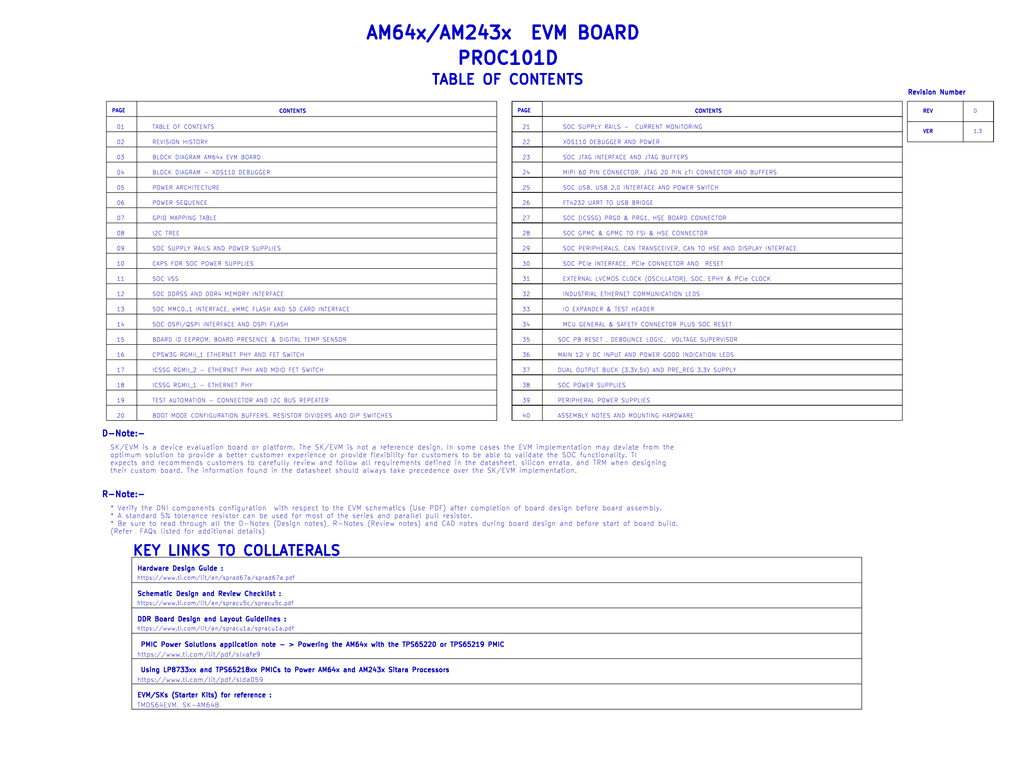
<source format=kicad_sch>
(kicad_sch
	(version 20231120)
	(generator "eeschema")
	(generator_version "8.0")
	(uuid "ae6144b9-8494-4084-ae74-1e795c4dff2a")
	(paper "User" 513.08 386.08)
	(lib_symbols)
	(polyline
		(pts
			(xy 454.66 60.96) (xy 497.84 60.96)
		)
		(stroke
			(width 0.254)
			(type solid)
			(color 0 0 0 1)
		)
		(uuid "07ade37f-8983-4aa1-94d4-a56a17632a61")
	)
	(polyline
		(pts
			(xy 497.84 50.8) (xy 497.84 71.12)
		)
		(stroke
			(width 0.254)
			(type solid)
			(color 0 0 0 1)
		)
		(uuid "07cc5bcc-2d9f-4834-b168-461256fac5e4")
	)
	(polyline
		(pts
			(xy 53.34 119.38) (xy 248.92 119.38)
		)
		(stroke
			(width 0.254)
			(type solid)
			(color 0 0 0 1)
		)
		(uuid "094441cd-c459-41a9-9035-500c3ff00e14")
	)
	(polyline
		(pts
			(xy 248.92 210.82) (xy 248.92 203.2)
		)
		(stroke
			(width 0.254)
			(type solid)
			(color 0 0 0 1)
		)
		(uuid "0fbccade-e5c2-44f4-9993-1fb2db73e4b4")
	)
	(polyline
		(pts
			(xy 53.34 195.58) (xy 248.92 195.58)
		)
		(stroke
			(width 0.254)
			(type solid)
			(color 0 0 0 1)
		)
		(uuid "18dbbe6a-f344-446b-b38b-6d8eaa04cb79")
	)
	(polyline
		(pts
			(xy 66.04 342.9) (xy 431.8 342.9)
		)
		(stroke
			(width 0.254)
			(type solid)
			(color 0 0 0 1)
		)
		(uuid "1fce2b4c-4c02-4f4b-bd51-fd370d22e6c1")
	)
	(polyline
		(pts
			(xy 53.34 180.34) (xy 248.92 180.34)
		)
		(stroke
			(width 0.254)
			(type solid)
			(color 0 0 0 1)
		)
		(uuid "389bc79d-d05e-4397-9c98-f41441bc2895")
	)
	(polyline
		(pts
			(xy 482.6 50.8) (xy 482.6 71.12)
		)
		(stroke
			(width 0.254)
			(type solid)
			(color 0 0 0 1)
		)
		(uuid "3a9ef4d0-0f26-4294-b98b-65d9de424e03")
	)
	(polyline
		(pts
			(xy 53.34 165.1) (xy 248.92 165.1)
		)
		(stroke
			(width 0.254)
			(type solid)
			(color 0 0 0 1)
		)
		(uuid "3c520901-d821-4ffa-b652-6fcc9d4a566b")
	)
	(polyline
		(pts
			(xy 66.04 330.2) (xy 431.8 330.2)
		)
		(stroke
			(width 0.254)
			(type solid)
			(color 0 0 0 1)
		)
		(uuid "3f882b00-21d8-4579-ba59-6dded7b4a12b")
	)
	(polyline
		(pts
			(xy 53.34 157.48) (xy 248.92 157.48)
		)
		(stroke
			(width 0.254)
			(type solid)
			(color 0 0 0 1)
		)
		(uuid "41c936de-f629-42fa-b48a-11c63cfec3da")
	)
	(polyline
		(pts
			(xy 53.34 127) (xy 248.92 127)
		)
		(stroke
			(width 0.254)
			(type solid)
			(color 0 0 0 1)
		)
		(uuid "48789930-0ebd-4f5d-b0c3-45e0aa125c1b")
	)
	(polyline
		(pts
			(xy 53.34 172.72) (xy 248.92 172.72)
		)
		(stroke
			(width 0.254)
			(type solid)
			(color 0 0 0 1)
		)
		(uuid "534e7ef5-3169-4be8-b682-dfad199d4348")
	)
	(polyline
		(pts
			(xy 53.34 104.14) (xy 248.92 104.14)
		)
		(stroke
			(width 0.254)
			(type solid)
			(color 0 0 0 1)
		)
		(uuid "5be4a2a1-bb87-4bbd-9341-f9df95573a14")
	)
	(polyline
		(pts
			(xy 53.34 149.86) (xy 248.92 149.86)
		)
		(stroke
			(width 0.254)
			(type solid)
			(color 0 0 0 1)
		)
		(uuid "5de30c68-de9e-4050-9c5a-968d1ba99d46")
	)
	(polyline
		(pts
			(xy 53.34 210.82) (xy 53.34 203.2)
		)
		(stroke
			(width 0.254)
			(type solid)
			(color 0 0 0 1)
		)
		(uuid "6c5d7b3b-ebee-4e36-a24a-828f2cd7ae51")
	)
	(polyline
		(pts
			(xy 53.34 187.96) (xy 248.92 187.96)
		)
		(stroke
			(width 0.254)
			(type solid)
			(color 0 0 0 1)
		)
		(uuid "7770c08e-2014-4f60-8c9b-302d1888e36b")
	)
	(polyline
		(pts
			(xy 68.58 50.8) (xy 68.58 203.2)
		)
		(stroke
			(width 0.254)
			(type solid)
			(color 0 0 0 1)
		)
		(uuid "7f35c26f-7a00-45e4-ad66-4fcf69e8bb49")
	)
	(polyline
		(pts
			(xy 53.34 96.52) (xy 248.92 96.52)
		)
		(stroke
			(width 0.254)
			(type solid)
			(color 0 0 0 1)
		)
		(uuid "8cf4e2e0-691f-4263-82e0-ae84308293c5")
	)
	(polyline
		(pts
			(xy 53.34 88.9) (xy 248.92 88.9)
		)
		(stroke
			(width 0.254)
			(type solid)
			(color 0 0 0 1)
		)
		(uuid "91b8aeb0-f8b2-4cf8-8392-3ac75d4b48aa")
	)
	(polyline
		(pts
			(xy 53.34 58.42) (xy 248.92 58.42)
		)
		(stroke
			(width 0.254)
			(type solid)
			(color 0 0 0 1)
		)
		(uuid "92b2cab0-765f-47fb-8b50-5034db6b1243")
	)
	(polyline
		(pts
			(xy 66.04 304.8) (xy 431.8 304.8)
		)
		(stroke
			(width 0.254)
			(type solid)
			(color 0 0 0 1)
		)
		(uuid "959cd5c9-0632-436c-a11b-68e6e2622e49")
	)
	(polyline
		(pts
			(xy 53.34 210.82) (xy 248.92 210.82)
		)
		(stroke
			(width 0.254)
			(type solid)
			(color 0 0 0 1)
		)
		(uuid "9c97686f-bc99-4e14-9a21-05d22e41c269")
	)
	(polyline
		(pts
			(xy 53.34 134.62) (xy 248.92 134.62)
		)
		(stroke
			(width 0.254)
			(type solid)
			(color 0 0 0 1)
		)
		(uuid "aebf8269-992d-4944-b5a7-960624397117")
	)
	(polyline
		(pts
			(xy 66.04 292.1) (xy 431.8 292.1)
		)
		(stroke
			(width 0.254)
			(type solid)
			(color 0 0 0 1)
		)
		(uuid "af899683-8c5d-4702-bba8-77de29941440")
	)
	(polyline
		(pts
			(xy 53.34 111.76) (xy 248.92 111.76)
		)
		(stroke
			(width 0.254)
			(type solid)
			(color 0 0 0 1)
		)
		(uuid "b61fc0ac-147a-42e0-8ea3-aff0871331b0")
	)
	(polyline
		(pts
			(xy 53.34 73.66) (xy 248.92 73.66)
		)
		(stroke
			(width 0.254)
			(type solid)
			(color 0 0 0 1)
		)
		(uuid "b8d2d0b6-9227-49ca-b845-c4c22dfa41c5")
	)
	(polyline
		(pts
			(xy 53.34 142.24) (xy 248.92 142.24)
		)
		(stroke
			(width 0.254)
			(type solid)
			(color 0 0 0 1)
		)
		(uuid "c6daa85b-268f-4e1a-9d5c-8e09aabe6d8b")
	)
	(polyline
		(pts
			(xy 68.58 210.82) (xy 68.58 203.2)
		)
		(stroke
			(width 0.254)
			(type solid)
			(color 0 0 0 1)
		)
		(uuid "e7cac643-15f0-4a36-b871-6552b4eec99e")
	)
	(polyline
		(pts
			(xy 66.04 317.5) (xy 431.8 317.5)
		)
		(stroke
			(width 0.254)
			(type solid)
			(color 0 0 0 1)
		)
		(uuid "ea5add22-e33a-4350-ad90-3493835fc63f")
	)
	(polyline
		(pts
			(xy 53.34 66.04) (xy 248.92 66.04)
		)
		(stroke
			(width 0.254)
			(type solid)
			(color 0 0 0 1)
		)
		(uuid "ed9c5645-969e-4025-a085-93f186c3d3ad")
	)
	(polyline
		(pts
			(xy 53.34 81.28) (xy 248.92 81.28)
		)
		(stroke
			(width 0.254)
			(type solid)
			(color 0 0 0 1)
		)
		(uuid "f0770f8c-5fe1-4fa7-84c3-85f5d57b22b1")
	)
	(rectangle
		(start 271.78 104.14)
		(end 256.54 111.76)
		(stroke
			(width 0.254)
			(type solid)
			(color 0 0 0 1)
		)
		(fill
			(type none)
		)
		(uuid 0b45145b-900c-4ee8-96c2-9743961c6b94)
	)
	(rectangle
		(start 271.78 187.96)
		(end 256.54 195.58)
		(stroke
			(width 0.254)
			(type solid)
			(color 0 0 0 1)
		)
		(fill
			(type none)
		)
		(uuid 0bce5612-4df4-44b2-b9af-843965b76b94)
	)
	(rectangle
		(start 452.12 127)
		(end 256.54 134.62)
		(stroke
			(width 0.254)
			(type solid)
			(color 0 0 0 1)
		)
		(fill
			(type none)
		)
		(uuid 0d16fc17-443f-4f99-b59a-0ed5938c5294)
	)
	(rectangle
		(start 271.78 203.2)
		(end 256.54 210.82)
		(stroke
			(width 0.254)
			(type solid)
			(color 0 0 0 1)
		)
		(fill
			(type none)
		)
		(uuid 0f698fd4-5458-465f-9af6-15a4c73ab2ec)
	)
	(rectangle
		(start 271.78 58.42)
		(end 256.54 66.04)
		(stroke
			(width 0.254)
			(type solid)
			(color 0 0 0 1)
		)
		(fill
			(type none)
		)
		(uuid 1703dd27-34cd-4f22-aab7-617f6f99efc1)
	)
	(rectangle
		(start 452.12 172.72)
		(end 256.54 180.34)
		(stroke
			(width 0.254)
			(type solid)
			(color 0 0 0 1)
		)
		(fill
			(type none)
		)
		(uuid 1970955d-6f90-4e42-b46b-ef3d96cc20ac)
	)
	(rectangle
		(start 497.84 50.8)
		(end 454.66 71.12)
		(stroke
			(width 0.254)
			(type solid)
			(color 0 0 0 1)
		)
		(fill
			(type none)
		)
		(uuid 1c5a10a5-984c-4c26-a4a7-b2cbb1dfe9d9)
	)
	(rectangle
		(start 271.78 157.48)
		(end 256.54 165.1)
		(stroke
			(width 0.254)
			(type solid)
			(color 0 0 0 1)
		)
		(fill
			(type none)
		)
		(uuid 1e2a706b-0b00-45ac-b366-f81ba68c8c14)
	)
	(rectangle
		(start 271.78 111.76)
		(end 256.54 119.38)
		(stroke
			(width 0.254)
			(type solid)
			(color 0 0 0 1)
		)
		(fill
			(type none)
		)
		(uuid 2bed2710-7885-492e-a4d7-f31e5609acb1)
	)
	(rectangle
		(start 452.12 157.48)
		(end 256.54 165.1)
		(stroke
			(width 0.254)
			(type solid)
			(color 0 0 0 1)
		)
		(fill
			(type none)
		)
		(uuid 2c87b013-85fc-427a-a6d1-6d3bfd3ad632)
	)
	(rectangle
		(start 271.78 96.52)
		(end 256.54 104.14)
		(stroke
			(width 0.254)
			(type solid)
			(color 0 0 0 1)
		)
		(fill
			(type none)
		)
		(uuid 304b467b-da30-45f0-9d21-ce49f406cde2)
	)
	(rectangle
		(start 452.12 165.1)
		(end 256.54 172.72)
		(stroke
			(width 0.254)
			(type solid)
			(color 0 0 0 1)
		)
		(fill
			(type none)
		)
		(uuid 30897aaa-71cd-4e74-9a19-e38b667534af)
	)
	(rectangle
		(start 431.8 279.4)
		(end 66.04 355.6)
		(stroke
			(width 0.254)
			(type solid)
			(color 0 0 0 1)
		)
		(fill
			(type none)
		)
		(uuid 30b3add0-5d60-48d5-87e3-591142474ebe)
	)
	(rectangle
		(start 452.12 58.42)
		(end 256.54 66.04)
		(stroke
			(width 0.254)
			(type solid)
			(color 0 0 0 1)
		)
		(fill
			(type none)
		)
		(uuid 352df7d0-828c-4bdd-a7a7-b01c098322a6)
	)
	(rectangle
		(start 452.12 50.8)
		(end 256.54 58.42)
		(stroke
			(width 0.254)
			(type solid)
			(color 0 0 0 1)
		)
		(fill
			(type none)
		)
		(uuid 36fccd2d-458e-4667-b49e-25ef306356df)
	)
	(rectangle
		(start 452.12 142.24)
		(end 256.54 149.86)
		(stroke
			(width 0.254)
			(type solid)
			(color 0 0 0 1)
		)
		(fill
			(type none)
		)
		(uuid 4df70b9c-3844-4fa7-bddf-f4ef665e2b34)
	)
	(rectangle
		(start 271.78 88.9)
		(end 256.54 96.52)
		(stroke
			(width 0.254)
			(type solid)
			(color 0 0 0 1)
		)
		(fill
			(type none)
		)
		(uuid 5a108154-3cf5-4b35-b718-609b5c681ce6)
	)
	(rectangle
		(start 452.12 134.62)
		(end 256.54 142.24)
		(stroke
			(width 0.254)
			(type solid)
			(color 0 0 0 1)
		)
		(fill
			(type none)
		)
		(uuid 60bf5b69-3d8d-4b0a-bd7b-20eec813f502)
	)
	(rectangle
		(start 452.12 149.86)
		(end 256.54 157.48)
		(stroke
			(width 0.254)
			(type solid)
			(color 0 0 0 1)
		)
		(fill
			(type none)
		)
		(uuid 63ee867e-099d-45e9-9687-f05133ee238d)
	)
	(rectangle
		(start 452.12 111.76)
		(end 256.54 119.38)
		(stroke
			(width 0.254)
			(type solid)
			(color 0 0 0 1)
		)
		(fill
			(type none)
		)
		(uuid 693146a7-f661-41d7-92f0-99d7604947e1)
	)
	(rectangle
		(start 452.12 180.34)
		(end 256.54 187.96)
		(stroke
			(width 0.254)
			(type solid)
			(color 0 0 0 1)
		)
		(fill
			(type none)
		)
		(uuid 6e2afba6-50c3-4a46-bbf4-04b21af900b3)
	)
	(rectangle
		(start 452.12 187.96)
		(end 256.54 195.58)
		(stroke
			(width 0.254)
			(type solid)
			(color 0 0 0 1)
		)
		(fill
			(type none)
		)
		(uuid 7309fa3d-13f2-45dd-ba80-ca5b3acad813)
	)
	(rectangle
		(start 271.78 195.58)
		(end 256.54 203.2)
		(stroke
			(width 0.254)
			(type solid)
			(color 0 0 0 1)
		)
		(fill
			(type none)
		)
		(uuid 74e19f0d-e424-43c4-be7c-7c505dd9f54a)
	)
	(rectangle
		(start 248.92 50.8)
		(end 53.34 203.2)
		(stroke
			(width 0.254)
			(type solid)
			(color 0 0 0 1)
		)
		(fill
			(type none)
		)
		(uuid 7bac6346-7dee-4fb0-b063-724eda2aac15)
	)
	(rectangle
		(start 271.78 149.86)
		(end 256.54 157.48)
		(stroke
			(width 0.254)
			(type solid)
			(color 0 0 0 1)
		)
		(fill
			(type none)
		)
		(uuid 7e27f955-dcfa-42c4-a706-f0316bca1ecc)
	)
	(rectangle
		(start 271.78 134.62)
		(end 256.54 142.24)
		(stroke
			(width 0.254)
			(type solid)
			(color 0 0 0 1)
		)
		(fill
			(type none)
		)
		(uuid 80c282cb-adcd-4f94-a1ae-7a4f4a73071a)
	)
	(rectangle
		(start 271.78 66.04)
		(end 256.54 73.66)
		(stroke
			(width 0.254)
			(type solid)
			(color 0 0 0 1)
		)
		(fill
			(type none)
		)
		(uuid 8228d57c-47c4-4d5e-9e38-e2114f05f10b)
	)
	(rectangle
		(start 452.12 66.04)
		(end 256.54 73.66)
		(stroke
			(width 0.254)
			(type solid)
			(color 0 0 0 1)
		)
		(fill
			(type none)
		)
		(uuid 878ee170-c73e-4e60-8688-bcfff1f9b9d7)
	)
	(rectangle
		(start 271.78 180.34)
		(end 256.54 187.96)
		(stroke
			(width 0.254)
			(type solid)
			(color 0 0 0 1)
		)
		(fill
			(type none)
		)
		(uuid 8938a9c7-7ab4-43fd-9037-bf96b1023305)
	)
	(rectangle
		(start 452.12 73.66)
		(end 256.54 81.28)
		(stroke
			(width 0.254)
			(type solid)
			(color 0 0 0 1)
		)
		(fill
			(type none)
		)
		(uuid 8cdeca32-7534-4e39-a2d0-379d7ccea20c)
	)
	(rectangle
		(start 271.78 142.24)
		(end 256.54 149.86)
		(stroke
			(width 0.254)
			(type solid)
			(color 0 0 0 1)
		)
		(fill
			(type none)
		)
		(uuid 93c9f571-d40c-4294-bac2-9b068877ecff)
	)
	(rectangle
		(start 271.78 172.72)
		(end 256.54 180.34)
		(stroke
			(width 0.254)
			(type solid)
			(color 0 0 0 1)
		)
		(fill
			(type none)
		)
		(uuid 99382c7d-f1f0-41fe-9ae7-9b5fa0264d70)
	)
	(rectangle
		(start 271.78 119.38)
		(end 256.54 127)
		(stroke
			(width 0.254)
			(type solid)
			(color 0 0 0 1)
		)
		(fill
			(type none)
		)
		(uuid 9ccbfe07-0669-4508-af63-b778f99716f6)
	)
	(rectangle
		(start 452.12 88.9)
		(end 256.54 96.52)
		(stroke
			(width 0.254)
			(type solid)
			(color 0 0 0 1)
		)
		(fill
			(type none)
		)
		(uuid aa5dc9da-2724-4c73-9d5f-80f98ef941ab)
	)
	(rectangle
		(start 452.12 119.38)
		(end 256.54 127)
		(stroke
			(width 0.254)
			(type solid)
			(color 0 0 0 1)
		)
		(fill
			(type none)
		)
		(uuid abe2d914-be39-4b26-b5e1-6a4b574fb81e)
	)
	(rectangle
		(start 271.78 127)
		(end 256.54 134.62)
		(stroke
			(width 0.254)
			(type solid)
			(color 0 0 0 1)
		)
		(fill
			(type none)
		)
		(uuid b3703cbd-47aa-48fe-86c0-7e2cb130c833)
	)
	(rectangle
		(start 452.12 195.58)
		(end 256.54 203.2)
		(stroke
			(width 0.254)
			(type solid)
			(color 0 0 0 1)
		)
		(fill
			(type none)
		)
		(uuid bb7b1e73-98c0-4c3d-bb1a-3be48be68eb9)
	)
	(rectangle
		(start 271.78 81.28)
		(end 256.54 88.9)
		(stroke
			(width 0.254)
			(type solid)
			(color 0 0 0 1)
		)
		(fill
			(type none)
		)
		(uuid c0874b01-968e-4723-8835-8000be150423)
	)
	(rectangle
		(start 452.12 203.2)
		(end 256.54 210.82)
		(stroke
			(width 0.254)
			(type solid)
			(color 0 0 0 1)
		)
		(fill
			(type none)
		)
		(uuid c5ca1894-809d-4682-8866-8430abbce443)
	)
	(rectangle
		(start 271.78 73.66)
		(end 256.54 81.28)
		(stroke
			(width 0.254)
			(type solid)
			(color 0 0 0 1)
		)
		(fill
			(type none)
		)
		(uuid c6265b65-5988-435e-ba6f-cf600fb83d64)
	)
	(rectangle
		(start 452.12 96.52)
		(end 256.54 104.14)
		(stroke
			(width 0.254)
			(type solid)
			(color 0 0 0 1)
		)
		(fill
			(type none)
		)
		(uuid caf202d1-1b4c-4f5f-bc2c-2e7c91fa3d39)
	)
	(rectangle
		(start 452.12 81.28)
		(end 256.54 88.9)
		(stroke
			(width 0.254)
			(type solid)
			(color 0 0 0 1)
		)
		(fill
			(type none)
		)
		(uuid d9f36413-a44b-46e3-a3b3-38091c8a3076)
	)
	(rectangle
		(start 271.78 50.8)
		(end 256.54 58.42)
		(stroke
			(width 0.254)
			(type solid)
			(color 0 0 0 1)
		)
		(fill
			(type none)
		)
		(uuid dbde7c16-d965-413b-8833-035ae985f46f)
	)
	(rectangle
		(start 452.12 104.14)
		(end 256.54 111.76)
		(stroke
			(width 0.254)
			(type solid)
			(color 0 0 0 1)
		)
		(fill
			(type none)
		)
		(uuid fd26c512-abbc-4008-8326-d3ffc2f2f683)
	)
	(rectangle
		(start 271.78 165.1)
		(end 256.54 172.72)
		(stroke
			(width 0.254)
			(type solid)
			(color 0 0 0 1)
		)
		(fill
			(type none)
		)
		(uuid fd65f0ad-495c-4756-ba76-7173563a08fb)
	)
	(text_box "Using LP8733xx and TPS65218xx PMICs to Power AM64x and AM243x Sitara Processors\n"
		(exclude_from_sim no)
		(at 270.51 337.312 0)
		(size -201.93 -4.572)
		(stroke
			(width -0.0001)
			(type default)
			(color 0 0 0 1)
		)
		(fill
			(type none)
		)
		(effects
			(font
				(size 2.286 2.286)
				(bold yes)
			)
			(justify left top)
		)
		(uuid "099e50af-92ff-45f2-b253-4dc66db0ac2c")
	)
	(text_box "PMIC Power Solutions application note - > Powering the AM64x with the TPS65220 or TPS65219 PMIC\n"
		(exclude_from_sim no)
		(at 311.15 324.612 0)
		(size -242.57 -4.572)
		(stroke
			(width -0.0001)
			(type default)
			(color 0 0 0 1)
		)
		(fill
			(type none)
		)
		(effects
			(font
				(size 2.286 2.286)
				(bold yes)
			)
			(justify left top)
		)
		(uuid "199caeda-4fc1-46a4-b54b-254285d2d72c")
	)
	(text_box "* Verify the DNI components configuration  with respect to the EVM schematics (Use PDF) after completion of board design before board assembly.\n* A standard 5% tolerance resistor can be used for most of the series and parallel pull resistor. \n* Be sure to read through all the D-Notes (Design notes), R-Notes (Review notes) and CAD notes during board design and before start of board build.  \n(Refer  FAQs listed for additional details)"
		(exclude_from_sim no)
		(at 470.916 270.764 0)
		(size -417.576 -19.304)
		(stroke
			(width -0.0001)
			(type default)
			(color 0 0 0 1)
		)
		(fill
			(type none)
		)
		(effects
			(font
				(size 2.413 2.413)
			)
			(justify left top)
		)
		(uuid "293f2389-3d3c-4059-887d-d43291ede69f")
	)
	(text_box "SK/EVM is a device evaluation board or platform. The SK/EVM is not a reference design. In some cases the EVM implementation may deviate from the\noptimum solution to provide a better customer experience or provide flexibility for customers to be able to validate the SOC functionality. TI\nexpects and recommends customers to carefully review and follow all requirements defined in the datasheet, silicon errata, and TRM when designing\ntheir custom board. The information found in the datasheet should always take precedence over the SK/EVM implementation."
		(exclude_from_sim no)
		(at 459.74 240.284 0)
		(size -406.4 -19.304)
		(stroke
			(width -0.0001)
			(type default)
			(color 0 0 0 1)
		)
		(fill
			(type none)
		)
		(effects
			(font
				(size 2.413 2.413)
			)
			(justify left top)
		)
		(uuid "4cdc98c6-ba96-4628-b808-7958e1cca268")
	)
	(text "Hardware Design Guide :"
		(exclude_from_sim no)
		(at 68.58 286.512 0)
		(effects
			(font
				(size 2.286 2.286)
				(bold yes)
			)
			(justify left bottom)
		)
		(uuid "01f4d1e9-ef31-4350-8c45-e19e39b461e8")
	)
	(text "KEY LINKS TO COLLATERALS"
		(exclude_from_sim no)
		(at 66.04 279.146 0)
		(effects
			(font
				(size 4.953 4.953)
				(bold yes)
			)
			(justify left bottom)
		)
		(uuid "0422dfe8-6d2c-419a-9d71-68a17efae6ae")
	)
	(text "MCU GENERAL & SAFETY CONNECTOR PLUS SOC RESET"
		(exclude_from_sim no)
		(at 281.94 164.084 0)
		(effects
			(font
				(size 2.032 2.032)
			)
			(justify left bottom)
		)
		(uuid "0716fdae-0968-4017-b1ea-ce7863b3685a")
	)
	(text "09"
		(exclude_from_sim no)
		(at 58.42 125.984 0)
		(effects
			(font
				(size 2.032 2.032)
			)
			(justify left bottom)
		)
		(uuid "0ffddb3e-f640-40d2-9030-b2cf46c09f29")
	)
	(text "ICSSG RGMII_1 - ETHERNET PHY"
		(exclude_from_sim no)
		(at 76.2 194.564 0)
		(effects
			(font
				(size 2.032 2.032)
			)
			(justify left bottom)
		)
		(uuid "10b8e110-61db-4748-a604-6f7b96415ac4")
	)
	(text "TABLE OF CONTENTS"
		(exclude_from_sim no)
		(at 215.9 42.926 0)
		(effects
			(font
				(size 4.953 4.953)
				(bold yes)
			)
			(justify left bottom)
		)
		(uuid "1615657d-ee18-43c6-bf9b-23410a28f5d2")
	)
	(text "https://www.ti.com/lit/an/spracu5c/spracu5c.pdf"
		(exclude_from_sim no)
		(at 68.58 303.784 0)
		(effects
			(font
				(size 2.032 2.032)
			)
			(justify left bottom)
		)
		(uuid "189eb03a-bd09-4966-9b2d-ef7f2181f308")
	)
	(text "D"
		(exclude_from_sim no)
		(at 487.68 56.896 0)
		(effects
			(font
				(size 1.778 1.778)
			)
			(justify left bottom)
		)
		(uuid "1cb516c8-504e-4b1e-839d-994ec505ec90")
	)
	(text "15"
		(exclude_from_sim no)
		(at 58.42 171.704 0)
		(effects
			(font
				(size 2.032 2.032)
			)
			(justify left bottom)
		)
		(uuid "1fceeb8d-7fef-4292-9bc9-350025f70bee")
	)
	(text "12"
		(exclude_from_sim no)
		(at 58.42 148.844 0)
		(effects
			(font
				(size 2.032 2.032)
			)
			(justify left bottom)
		)
		(uuid "206c8741-4102-4b42-81f9-0a99112c172c")
	)
	(text "XDS110 DEBUGGER AND POWER"
		(exclude_from_sim no)
		(at 281.94 72.644 0)
		(effects
			(font
				(size 2.032 2.032)
			)
			(justify left bottom)
		)
		(uuid "2115a1a5-746e-43b9-986d-603eb85424df")
	)
	(text "PERIPHERAL POWER SUPPLIES"
		(exclude_from_sim no)
		(at 279.4 202.184 0)
		(effects
			(font
				(size 2.032 2.032)
			)
			(justify left bottom)
		)
		(uuid "2a3d71d1-15d3-4a69-a409-25a61dec2e9a")
	)
	(text "SOC USB, USB 2.0 INTERFACE AND POWER SWITCH"
		(exclude_from_sim no)
		(at 281.94 95.504 0)
		(effects
			(font
				(size 2.032 2.032)
			)
			(justify left bottom)
		)
		(uuid "2a8562e2-8ca9-4781-a5b1-e1285fa41b5b")
	)
	(text "29"
		(exclude_from_sim no)
		(at 261.62 125.984 0)
		(effects
			(font
				(size 2.032 2.032)
			)
			(justify left bottom)
		)
		(uuid "2ce39e71-69ba-46b7-a1c5-9bde867613ba")
	)
	(text "https://www.ti.com/lit/pdf/slda059"
		(exclude_from_sim no)
		(at 68.58 342.392 0)
		(effects
			(font
				(size 2.286 2.286)
			)
			(justify left bottom)
		)
		(uuid "2da2b8da-4134-4ab0-bb54-2de582c515b3")
	)
	(text "39"
		(exclude_from_sim no)
		(at 261.62 202.184 0)
		(effects
			(font
				(size 2.032 2.032)
			)
			(justify left bottom)
		)
		(uuid "2f168269-e13f-4375-a842-093a11a8caec")
	)
	(text "DDR Board Design and Layout Guidelines :"
		(exclude_from_sim no)
		(at 68.58 311.912 0)
		(effects
			(font
				(size 2.286 2.286)
				(bold yes)
			)
			(justify left bottom)
		)
		(uuid "3420294f-b1bf-4dc9-b2e8-5c71a895149c")
	)
	(text "BLOCK DIAGRAM - XDS110 DEBUGGER"
		(exclude_from_sim no)
		(at 76.2 87.884 0)
		(effects
			(font
				(size 2.032 2.032)
			)
			(justify left bottom)
		)
		(uuid "3459fd39-b705-4e93-aa63-72b53d40107f")
	)
	(text "31"
		(exclude_from_sim no)
		(at 261.62 141.224 0)
		(effects
			(font
				(size 2.032 2.032)
			)
			(justify left bottom)
		)
		(uuid "349a127d-13bc-446b-a914-37b82bb3e561")
	)
	(text "SOC SUPPLY RAILS AND POWER SUPPLIES"
		(exclude_from_sim no)
		(at 76.2 125.984 0)
		(effects
			(font
				(size 2.032 2.032)
			)
			(justify left bottom)
		)
		(uuid "35ebba69-377d-4bae-b473-4c42abc12284")
	)
	(text "REVISION HISTORY"
		(exclude_from_sim no)
		(at 76.2 72.644 0)
		(effects
			(font
				(size 2.032 2.032)
			)
			(justify left bottom)
		)
		(uuid "38839b87-778c-4593-be7d-d396e04676f4")
	)
	(text "01"
		(exclude_from_sim no)
		(at 58.42 65.024 0)
		(effects
			(font
				(size 2.032 2.032)
			)
			(justify left bottom)
		)
		(uuid "3a668063-8d29-48ed-9884-6f1d2ebcc106")
	)
	(text "25"
		(exclude_from_sim no)
		(at 261.62 95.504 0)
		(effects
			(font
				(size 2.032 2.032)
			)
			(justify left bottom)
		)
		(uuid "3e0a5ce2-b1b1-48d1-98c4-7079642e3f20")
	)
	(text "SOC DDRSS AND DDR4 MEMORY INTERFACE"
		(exclude_from_sim no)
		(at 76.2 148.844 0)
		(effects
			(font
				(size 2.032 2.032)
			)
			(justify left bottom)
		)
		(uuid "3f433a87-99e8-42d8-921d-85ce500df1f8")
	)
	(text "SOC OSPI/QSPI INTERFACE AND OSPI FLASH"
		(exclude_from_sim no)
		(at 76.2 164.084 0)
		(effects
			(font
				(size 2.032 2.032)
			)
			(justify left bottom)
		)
		(uuid "400df880-cd9c-4326-a69c-c7aceba7046c")
	)
	(text "21"
		(exclude_from_sim no)
		(at 261.62 65.024 0)
		(effects
			(font
				(size 2.032 2.032)
			)
			(justify left bottom)
		)
		(uuid "40766662-0463-45a9-8d9e-4e648a385dff")
	)
	(text "07"
		(exclude_from_sim no)
		(at 58.42 110.744 0)
		(effects
			(font
				(size 2.032 2.032)
			)
			(justify left bottom)
		)
		(uuid "418f9992-0b14-4769-a375-45d958ae82e3")
	)
	(text "SOC VSS"
		(exclude_from_sim no)
		(at 76.2 141.224 0)
		(effects
			(font
				(size 2.032 2.032)
			)
			(justify left bottom)
		)
		(uuid "4c086d43-84d2-4d4e-97a7-504ee5dc2deb")
	)
	(text "22"
		(exclude_from_sim no)
		(at 261.62 72.644 0)
		(effects
			(font
				(size 2.032 2.032)
			)
			(justify left bottom)
		)
		(uuid "4d3149dd-26c6-412b-b4ab-79b5326c9796")
	)
	(text "POWER SEQUENCE"
		(exclude_from_sim no)
		(at 76.2 103.124 0)
		(effects
			(font
				(size 2.032 2.032)
			)
			(justify left bottom)
		)
		(uuid "56e6dae7-b447-45ca-8b52-f19e40574b9b")
	)
	(text "SOC JTAG INTERFACE AND JTAG BUFFERS"
		(exclude_from_sim no)
		(at 281.94 80.264 0)
		(effects
			(font
				(size 2.032 2.032)
			)
			(justify left bottom)
		)
		(uuid "57bb1ca4-2735-4dda-9d05-730eff756ffe")
	)
	(text "13"
		(exclude_from_sim no)
		(at 58.42 156.464 0)
		(effects
			(font
				(size 2.032 2.032)
			)
			(justify left bottom)
		)
		(uuid "5c6f23be-a52c-497e-9c3f-0618eb91678d")
	)
	(text "BOARD ID EEPROM, BOARD PRESENCE & DIGITAL TEMP SENSOR"
		(exclude_from_sim no)
		(at 76.2 171.704 0)
		(effects
			(font
				(size 2.032 2.032)
			)
			(justify left bottom)
		)
		(uuid "5c88260b-bc34-405f-828d-bbf8722fe7d9")
	)
	(text "VER"
		(exclude_from_sim no)
		(at 462.28 67.056 0)
		(effects
			(font
				(size 1.778 1.778)
				(bold yes)
			)
			(justify left bottom)
		)
		(uuid "5d3ce4a1-7739-4c42-9f2e-391e4d437d35")
	)
	(text "CONTENTS"
		(exclude_from_sim no)
		(at 139.7 56.896 0)
		(effects
			(font
				(size 1.778 1.778)
				(bold yes)
			)
			(justify left bottom)
		)
		(uuid "5d60149a-63e1-4943-a1b6-8dde4536e481")
	)
	(text "https://www.ti.com/lit/an/spracu1a/spracu1a.pdf"
		(exclude_from_sim no)
		(at 68.58 316.484 0)
		(effects
			(font
				(size 2.032 2.032)
			)
			(justify left bottom)
		)
		(uuid "5e02c220-38aa-4c1a-8c4c-e99683465205")
	)
	(text "PROC101D"
		(exclude_from_sim no)
		(at 228.6 33.02 0)
		(effects
			(font
				(size 6.35 6.35)
				(bold yes)
			)
			(justify left bottom)
		)
		(uuid "5f8addd0-57f2-4556-b0ad-61185897769e")
	)
	(text "35"
		(exclude_from_sim no)
		(at 261.62 171.704 0)
		(effects
			(font
				(size 2.032 2.032)
			)
			(justify left bottom)
		)
		(uuid "5f9c44a5-1de6-446c-9a95-dad0432ad5c6")
	)
	(text "16"
		(exclude_from_sim no)
		(at 58.42 179.324 0)
		(effects
			(font
				(size 2.032 2.032)
			)
			(justify left bottom)
		)
		(uuid "6649a11a-2c7f-425d-a11f-9a5cd2c3b1c2")
	)
	(text "37"
		(exclude_from_sim no)
		(at 261.62 186.944 0)
		(effects
			(font
				(size 2.032 2.032)
			)
			(justify left bottom)
		)
		(uuid "66688690-fbb8-4e23-aa44-347b1d403da3")
	)
	(text "MAIN 12 V DC INPUT AND POWER GOOD INDICATION LEDS"
		(exclude_from_sim no)
		(at 279.4 179.324 0)
		(effects
			(font
				(size 2.032 2.032)
			)
			(justify left bottom)
		)
		(uuid "672a1b68-8459-46ad-b8f0-f8dcfe5ac5c7")
	)
	(text "EVM/SKs (Starter Kits) for reference :"
		(exclude_from_sim no)
		(at 68.58 350.012 0)
		(effects
			(font
				(size 2.286 2.286)
				(bold yes)
			)
			(justify left bottom)
		)
		(uuid "67ba6982-5e2d-460d-8e34-4403c0ff3639")
	)
	(text "04"
		(exclude_from_sim no)
		(at 58.42 87.884 0)
		(effects
			(font
				(size 2.032 2.032)
			)
			(justify left bottom)
		)
		(uuid "687de743-bc11-468c-990a-39f8d669c8d6")
	)
	(text "34"
		(exclude_from_sim no)
		(at 261.62 164.084 0)
		(effects
			(font
				(size 2.032 2.032)
			)
			(justify left bottom)
		)
		(uuid "693913a4-e715-4b0b-ab4e-433a3a912d94")
	)
	(text "FT4232 UART TO USB BRIDGE"
		(exclude_from_sim no)
		(at 281.94 103.124 0)
		(effects
			(font
				(size 2.032 2.032)
			)
			(justify left bottom)
		)
		(uuid "6c293746-cca9-4743-a91f-11e7ea367f89")
	)
	(text "11"
		(exclude_from_sim no)
		(at 58.42 141.224 0)
		(effects
			(font
				(size 2.032 2.032)
			)
			(justify left bottom)
		)
		(uuid "6caf3f9e-4cde-47e8-81e9-043ad37780d7")
	)
	(text "08"
		(exclude_from_sim no)
		(at 58.42 118.364 0)
		(effects
			(font
				(size 2.032 2.032)
			)
			(justify left bottom)
		)
		(uuid "6d87445f-be28-4aa0-86ff-1b0355388884")
	)
	(text "28"
		(exclude_from_sim no)
		(at 261.62 118.364 0)
		(effects
			(font
				(size 2.032 2.032)
			)
			(justify left bottom)
		)
		(uuid "6f83bb2a-91be-44ff-bc33-643fbf8f1290")
	)
	(text "38"
		(exclude_from_sim no)
		(at 261.62 194.564 0)
		(effects
			(font
				(size 2.032 2.032)
			)
			(justify left bottom)
		)
		(uuid "6fa0b163-3c43-4fac-afd5-3a0f31aed869")
	)
	(text "33"
		(exclude_from_sim no)
		(at 261.62 156.464 0)
		(effects
			(font
				(size 2.032 2.032)
			)
			(justify left bottom)
		)
		(uuid "7035af69-f763-49ac-8c5c-62d16878ecd4")
	)
	(text "PAGE"
		(exclude_from_sim no)
		(at 259.08 56.642 0)
		(effects
			(font
				(size 1.778 1.778)
				(bold yes)
			)
			(justify left bottom)
		)
		(uuid "70ce3033-0008-44c3-a7d7-a8d4d9ebeed2")
	)
	(text "AM64x/AM243x  EVM BOARD"
		(exclude_from_sim no)
		(at 182.88 20.32 0)
		(effects
			(font
				(size 6.35 6.35)
				(bold yes)
			)
			(justify left bottom)
		)
		(uuid "741dbddb-8ce2-42ec-afac-e7c39ade5328")
	)
	(text "DUAL OUTPUT BUCK (3.3V,5V) AND PRE_REG 3.3V SUPPLY"
		(exclude_from_sim no)
		(at 279.4 186.944 0)
		(effects
			(font
				(size 2.032 2.032)
			)
			(justify left bottom)
		)
		(uuid "769dafa5-b03c-4cbe-9dfb-d158aadcdfde")
	)
	(text "24"
		(exclude_from_sim no)
		(at 261.62 87.884 0)
		(effects
			(font
				(size 2.032 2.032)
			)
			(justify left bottom)
		)
		(uuid "78db4c0a-7369-4d99-9b16-4abbe6e1a724")
	)
	(text "ICSSG RGMII_2 - ETHERNET PHY AND MDIO FET SWITCH"
		(exclude_from_sim no)
		(at 76.2 186.944 0)
		(effects
			(font
				(size 2.032 2.032)
			)
			(justify left bottom)
		)
		(uuid "7b3cdbef-8b03-45b5-baab-25d0520b9d6d")
	)
	(text "ASSEMBLY NOTES AND MOUNTING HARDWARE"
		(exclude_from_sim no)
		(at 279.4 209.804 0)
		(effects
			(font
				(size 2.032 2.032)
			)
			(justify left bottom)
		)
		(uuid "7ba4cdf1-09dd-4088-87e0-e6d93b454b14")
	)
	(text "https://www.ti.com/lit/an/sprad67a/sprad67a.pdf"
		(exclude_from_sim no)
		(at 68.58 291.084 0)
		(effects
			(font
				(size 2.032 2.032)
			)
			(justify left bottom)
		)
		(uuid "7ce206f9-5981-4b99-978b-db2b896ec923")
	)
	(text "TMDS64EVM, SK-AM64B"
		(exclude_from_sim no)
		(at 68.58 355.092 0)
		(effects
			(font
				(size 2.286 2.286)
			)
			(justify left bottom)
		)
		(uuid "7d0ab08c-7914-4725-a513-42522e526dac")
	)
	(text "SOC POWER SUPPLIES"
		(exclude_from_sim no)
		(at 279.4 194.564 0)
		(effects
			(font
				(size 2.032 2.032)
			)
			(justify left bottom)
		)
		(uuid "7eb5854a-6d14-4747-abe1-d698ba9f49dd")
	)
	(text "02"
		(exclude_from_sim no)
		(at 58.42 72.644 0)
		(effects
			(font
				(size 2.032 2.032)
			)
			(justify left bottom)
		)
		(uuid "8386106c-1310-4f4d-81e7-a9eea1ab9798")
	)
	(text "https://www.ti.com/lit/pdf/slvafe9"
		(exclude_from_sim no)
		(at 68.58 329.692 0)
		(effects
			(font
				(size 2.286 2.286)
			)
			(justify left bottom)
		)
		(uuid "862321c2-1950-41f3-a350-eff00621aa31")
	)
	(text "40"
		(exclude_from_sim no)
		(at 261.62 209.804 0)
		(effects
			(font
				(size 2.032 2.032)
			)
			(justify left bottom)
		)
		(uuid "8ab73ac7-8295-4b38-ab5c-4cc8264aec08")
	)
	(text "INDUSTRIAL ETHERNET COMMUNICATION LEDS"
		(exclude_from_sim no)
		(at 281.94 148.844 0)
		(effects
			(font
				(size 2.032 2.032)
			)
			(justify left bottom)
		)
		(uuid "8ad2a2f1-8a9c-4c93-9cee-860dd68a31b8")
	)
	(text "17"
		(exclude_from_sim no)
		(at 58.42 186.944 0)
		(effects
			(font
				(size 2.032 2.032)
			)
			(justify left bottom)
		)
		(uuid "8f8cf107-31b8-4782-a67c-2ee6c5a6d0f4")
	)
	(text "CAPS FOR SOC POWER SUPPLIES"
		(exclude_from_sim no)
		(at 76.2 133.604 0)
		(effects
			(font
				(size 2.032 2.032)
			)
			(justify left bottom)
		)
		(uuid "914c9f1a-0701-44fa-8507-ac04f4fed469")
	)
	(text "10"
		(exclude_from_sim no)
		(at 58.42 133.604 0)
		(effects
			(font
				(size 2.032 2.032)
			)
			(justify left bottom)
		)
		(uuid "92002049-950d-4f4d-ba56-76295458a54a")
	)
	(text "BLOCK DIAGRAM AM64x EVM BOARD"
		(exclude_from_sim no)
		(at 76.2 80.264 0)
		(effects
			(font
				(size 2.032 2.032)
			)
			(justify left bottom)
		)
		(uuid "94b7cd0e-42fe-4e4a-955f-65b646ab9a1f")
	)
	(text "I2C TREE"
		(exclude_from_sim no)
		(at 76.2 118.364 0)
		(effects
			(font
				(size 2.032 2.032)
			)
			(justify left bottom)
		)
		(uuid "9843ba9e-45f4-47b2-9602-d268907b48c4")
	)
	(text "SOC PB RESET , DEBOUNCE LOGIC,  VOLTAGE SUPERVISOR"
		(exclude_from_sim no)
		(at 279.4 171.704 0)
		(effects
			(font
				(size 2.032 2.032)
			)
			(justify left bottom)
		)
		(uuid "990f6dec-0bf5-45c2-aa76-82e829e92c1d")
	)
	(text "SOC (ICSSG) PRG0 & PRG1, HSE BOARD CONNECTOR"
		(exclude_from_sim no)
		(at 281.94 110.744 0)
		(effects
			(font
				(size 2.032 2.032)
			)
			(justify left bottom)
		)
		(uuid "9d6a3a8f-b449-42c0-9816-d75f97022db6")
	)
	(text "20"
		(exclude_from_sim no)
		(at 58.42 209.804 0)
		(effects
			(font
				(size 2.032 2.032)
			)
			(justify left bottom)
		)
		(uuid "a3d6db6c-049c-4250-98b7-94427302d5b4")
	)
	(text "26"
		(exclude_from_sim no)
		(at 261.62 103.124 0)
		(effects
			(font
				(size 2.032 2.032)
			)
			(justify left bottom)
		)
		(uuid "ae546b3a-1ea3-4e72-887d-d886b4756a69")
	)
	(text "TEST AUTOMATION - CONNECTOR AND I2C BUS REPEATER"
		(exclude_from_sim no)
		(at 76.2 202.184 0)
		(effects
			(font
				(size 2.032 2.032)
			)
			(justify left bottom)
		)
		(uuid "b15c4a80-8c27-4a61-8726-1fadac1c5bce")
	)
	(text "Schematic Design and Review Checklist :"
		(exclude_from_sim no)
		(at 68.58 299.212 0)
		(effects
			(font
				(size 2.286 2.286)
				(bold yes)
			)
			(justify left bottom)
		)
		(uuid "baf67fd4-888f-4b02-b8e7-f74c3e12ff4d")
	)
	(text "23"
		(exclude_from_sim no)
		(at 261.62 80.264 0)
		(effects
			(font
				(size 2.032 2.032)
			)
			(justify left bottom)
		)
		(uuid "bb43cff8-c77c-4cb4-9392-6db7a1060c32")
	)
	(text "POWER ARCHITECTURE"
		(exclude_from_sim no)
		(at 76.2 95.504 0)
		(effects
			(font
				(size 2.032 2.032)
			)
			(justify left bottom)
		)
		(uuid "bd7e6242-a943-4279-b7fd-b6a260f2b0ed")
	)
	(text "14"
		(exclude_from_sim no)
		(at 58.42 164.084 0)
		(effects
			(font
				(size 2.032 2.032)
			)
			(justify left bottom)
		)
		(uuid "c445e9f9-ce2e-4ba9-8ab4-c370a28719e2")
	)
	(text "TABLE OF CONTENTS"
		(exclude_from_sim no)
		(at 76.2 65.024 0)
		(effects
			(font
				(size 2.032 2.032)
			)
			(justify left bottom)
		)
		(uuid "c5eb9c9f-37ef-4a99-b91f-2c0fc4404e2f")
	)
	(text "1.3"
		(exclude_from_sim no)
		(at 487.68 67.056 0)
		(effects
			(font
				(size 1.778 1.778)
			)
			(justify left bottom)
		)
		(uuid "c704659c-e96b-4533-9d89-6194f10bd793")
	)
	(text "Revision Number"
		(exclude_from_sim no)
		(at 454.66 47.752 0)
		(effects
			(font
				(size 2.286 2.286)
				(bold yes)
			)
			(justify left bottom)
		)
		(uuid "c94bd6b2-c070-4d68-9990-13dce26e81ff")
	)
	(text "SOC MMC0..1 INTERFACE, eMMC FLASH AND SD CARD INTERFACE"
		(exclude_from_sim no)
		(at 76.2 156.464 0)
		(effects
			(font
				(size 2.032 2.032)
			)
			(justify left bottom)
		)
		(uuid "cafbd1be-86e5-4948-9ed4-41a271d9439a")
	)
	(text "03"
		(exclude_from_sim no)
		(at 58.42 80.264 0)
		(effects
			(font
				(size 2.032 2.032)
			)
			(justify left bottom)
		)
		(uuid "ceae843e-0083-4fad-a7c1-a6567af2e06c")
	)
	(text "EXTERNAL LVCMOS CLOCK (OSCILLATOR), SOC, EPHY & PCIe CLOCK"
		(exclude_from_sim no)
		(at 281.94 141.224 0)
		(effects
			(font
				(size 2.032 2.032)
			)
			(justify left bottom)
		)
		(uuid "cf928205-6f24-4c80-97cf-d977c286b21b")
	)
	(text "R-Note:-"
		(exclude_from_sim no)
		(at 50.8 249.682 0)
		(effects
			(font
				(size 2.921 2.921)
				(bold yes)
			)
			(justify left bottom)
		)
		(uuid "d02fc5f3-3df6-4b22-9a95-de4d0d39ea7b")
	)
	(text "BOOT MODE CONFIGURATION BUFFERS, RESISTOR DIVIDERS AND DIP SWITCHES"
		(exclude_from_sim no)
		(at 76.2 209.804 0)
		(effects
			(font
				(size 2.032 2.032)
			)
			(justify left bottom)
		)
		(uuid "d327ca0f-d500-410c-9dee-46597b6ead76")
	)
	(text "SOC SUPPLY RAILS -  CURRENT MONITORING"
		(exclude_from_sim no)
		(at 281.94 65.024 0)
		(effects
			(font
				(size 2.032 2.032)
			)
			(justify left bottom)
		)
		(uuid "d4e82b21-419e-477d-8b75-01abff17f0fc")
	)
	(text "SOC GPMC & GPMC TO FSI & HSE CONNECTOR"
		(exclude_from_sim no)
		(at 281.94 118.364 0)
		(effects
			(font
				(size 2.032 2.032)
			)
			(justify left bottom)
		)
		(uuid "d5ed2ffa-1471-490d-85cb-61f0bce68a6b")
	)
	(text "CONTENTS"
		(exclude_from_sim no)
		(at 347.98 56.896 0)
		(effects
			(font
				(size 1.778 1.778)
				(bold yes)
			)
			(justify left bottom)
		)
		(uuid "d7344155-b551-44a7-863f-bfd3874e6ae0")
	)
	(text "GPIO MAPPING TABLE"
		(exclude_from_sim no)
		(at 76.2 110.744 0)
		(effects
			(font
				(size 2.032 2.032)
			)
			(justify left bottom)
		)
		(uuid "d748d627-a059-4689-9b5e-126985db65a2")
	)
	(text "CPSW3G RGMII_1 ETHERNET PHY AND FET SWITCH"
		(exclude_from_sim no)
		(at 76.2 179.324 0)
		(effects
			(font
				(size 2.032 2.032)
			)
			(justify left bottom)
		)
		(uuid "da7e26c2-c30b-44e7-a761-7ccf28b7023a")
	)
	(text "D-Note:-"
		(exclude_from_sim no)
		(at 50.8 219.202 0)
		(effects
			(font
				(size 2.921 2.921)
				(bold yes)
			)
			(justify left bottom)
		)
		(uuid "e1547cf3-7878-49f0-89d8-28b93c4ad5ec")
	)
	(text "REV"
		(exclude_from_sim no)
		(at 462.28 56.896 0)
		(effects
			(font
				(size 1.778 1.778)
				(bold yes)
			)
			(justify left bottom)
		)
		(uuid "e2468ed6-c2bf-4063-9de1-f1d7e8efccf7")
	)
	(text "27"
		(exclude_from_sim no)
		(at 261.62 110.744 0)
		(effects
			(font
				(size 2.032 2.032)
			)
			(justify left bottom)
		)
		(uuid "e2f72969-502d-436b-a9b0-8eddb6b7944b")
	)
	(text "36"
		(exclude_from_sim no)
		(at 261.62 179.324 0)
		(effects
			(font
				(size 2.032 2.032)
			)
			(justify left bottom)
		)
		(uuid "e4ff5719-44de-4c73-a5ec-35b4a3e0aa58")
	)
	(text "SOC PCIe INTERFACE, PCIe CONNECTOR AND  RESET"
		(exclude_from_sim no)
		(at 281.94 133.604 0)
		(effects
			(font
				(size 2.032 2.032)
			)
			(justify left bottom)
		)
		(uuid "e7a55a2c-e345-462c-86cb-4122152c9e7b")
	)
	(text "IO EXPANDER & TEST HEADER"
		(exclude_from_sim no)
		(at 281.94 156.464 0)
		(effects
			(font
				(size 2.032 2.032)
			)
			(justify left bottom)
		)
		(uuid "e7b790df-0c76-499f-bf21-f9a9a51ec2e2")
	)
	(text "32"
		(exclude_from_sim no)
		(at 261.62 148.844 0)
		(effects
			(font
				(size 2.032 2.032)
			)
			(justify left bottom)
		)
		(uuid "e80af8a9-d6cb-4060-b56c-95bb3744d954")
	)
	(text "SOC PERIPHERALS, CAN TRANSCEIVER, CAN TO HSE AND DISPLAY INTERFACE"
		(exclude_from_sim no)
		(at 281.94 125.984 0)
		(effects
			(font
				(size 2.032 2.032)
			)
			(justify left bottom)
		)
		(uuid "e901bba5-7532-44ef-99fd-067445f16393")
	)
	(text "MIPI 60 PIN CONNECTOR, JTAG 20 PIN cTI CONNECTOR AND BUFFERS"
		(exclude_from_sim no)
		(at 281.94 87.884 0)
		(effects
			(font
				(size 2.032 2.032)
			)
			(justify left bottom)
		)
		(uuid "ea76a4d7-12d6-4a1d-951a-f89c31396cd5")
	)
	(text "18"
		(exclude_from_sim no)
		(at 58.42 194.564 0)
		(effects
			(font
				(size 2.032 2.032)
			)
			(justify left bottom)
		)
		(uuid "eb7845c0-f670-4597-958d-6bb07571c155")
	)
	(text "PAGE"
		(exclude_from_sim no)
		(at 55.88 56.642 0)
		(effects
			(font
				(size 1.778 1.778)
				(bold yes)
			)
			(justify left bottom)
		)
		(uuid "ed768305-86d4-4926-a05c-a4f3ad8d1586")
	)
	(text "19"
		(exclude_from_sim no)
		(at 58.42 202.184 0)
		(effects
			(font
				(size 2.032 2.032)
			)
			(justify left bottom)
		)
		(uuid "f2daead5-0614-4544-8c27-44993eeb7c8e")
	)
	(text "06"
		(exclude_from_sim no)
		(at 58.42 103.124 0)
		(effects
			(font
				(size 2.032 2.032)
			)
			(justify left bottom)
		)
		(uuid "f351898d-c6f5-4fc8-b229-1fb244b11eb3")
	)
	(text "05"
		(exclude_from_sim no)
		(at 58.42 95.504 0)
		(effects
			(font
				(size 2.032 2.032)
			)
			(justify left bottom)
		)
		(uuid "fa5970cc-9131-4d40-aed8-7067c5c80f4e")
	)
	(text "30"
		(exclude_from_sim no)
		(at 261.62 133.604 0)
		(effects
			(font
				(size 2.032 2.032)
			)
			(justify left bottom)
		)
		(uuid "fbc6cc13-a667-4e84-b0a2-1f089c2d69e5")
	)
)

</source>
